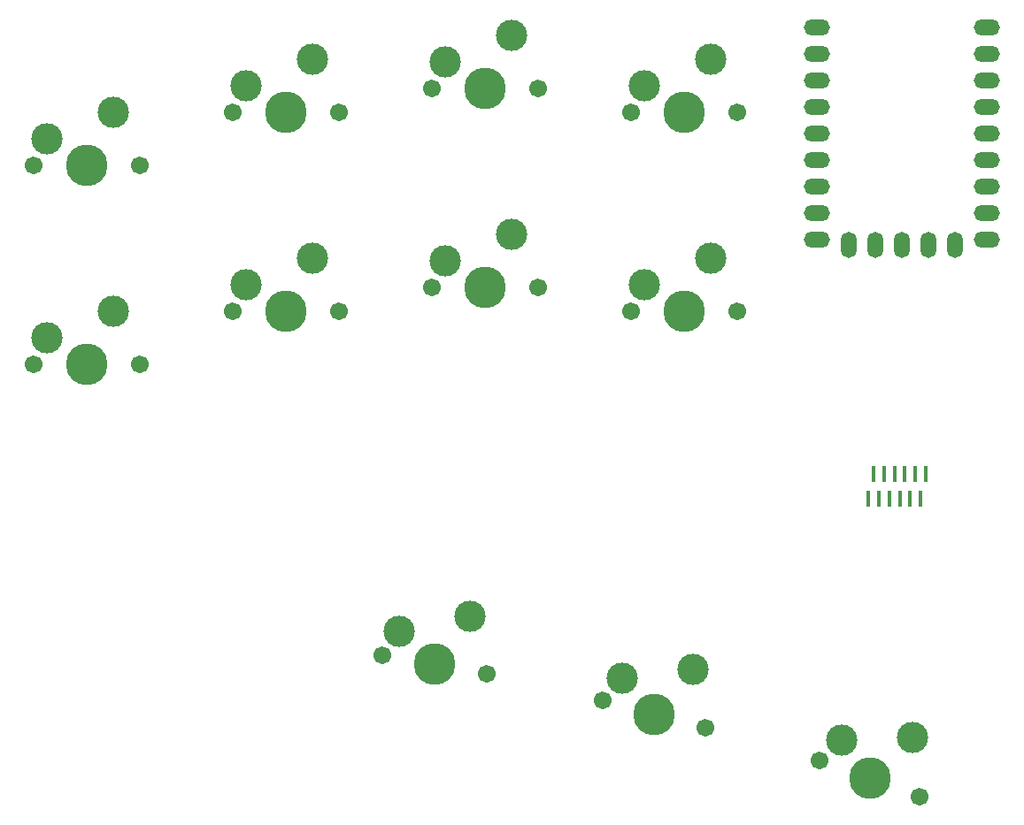
<source format=gbr>
%TF.GenerationSoftware,KiCad,Pcbnew,7.0.1*%
%TF.CreationDate,2024-01-26T17:48:26-05:00*%
%TF.ProjectId,OctoPlus Trio,4f63746f-506c-4757-9320-5472696f2e6b,rev?*%
%TF.SameCoordinates,Original*%
%TF.FileFunction,Soldermask,Top*%
%TF.FilePolarity,Negative*%
%FSLAX46Y46*%
G04 Gerber Fmt 4.6, Leading zero omitted, Abs format (unit mm)*
G04 Created by KiCad (PCBNEW 7.0.1) date 2024-01-26 17:48:26*
%MOMM*%
%LPD*%
G01*
G04 APERTURE LIST*
%ADD10C,1.701800*%
%ADD11C,3.000000*%
%ADD12C,3.987800*%
%ADD13R,0.400000X1.600000*%
%ADD14O,2.500000X1.500000*%
%ADD15O,1.500000X2.500000*%
G04 APERTURE END LIST*
D10*
%TO.C,SW2*%
X123698000Y-82296000D03*
D11*
X124968000Y-79756000D03*
D12*
X128778000Y-82296000D03*
D11*
X131318000Y-77216000D03*
D10*
X133858000Y-82296000D03*
%TD*%
%TO.C,SW7*%
X142748000Y-99060000D03*
D11*
X144018000Y-96520000D03*
D12*
X147828000Y-99060000D03*
D11*
X150368000Y-93980000D03*
D10*
X152908000Y-99060000D03*
%TD*%
%TO.C,SW11*%
X179884361Y-144312538D03*
D11*
X181946502Y-142360084D03*
D12*
X184658000Y-146050000D03*
D11*
X188782282Y-142145093D03*
D10*
X189431639Y-147787462D03*
%TD*%
%TO.C,SW4*%
X161798000Y-82296000D03*
D11*
X163068000Y-79756000D03*
D12*
X166878000Y-82296000D03*
D11*
X169418000Y-77216000D03*
D10*
X171958000Y-82296000D03*
%TD*%
D13*
%TO.C,Cirque1*%
X184530000Y-119280000D03*
X185030000Y-116880000D03*
X185530000Y-119280000D03*
X186030000Y-116880000D03*
X186530000Y-119280000D03*
X187030000Y-116880000D03*
X187530000Y-119280000D03*
X188030000Y-116880000D03*
X188530000Y-119280000D03*
X189030000Y-116880000D03*
X189530000Y-119280000D03*
X190030000Y-116880000D03*
%TD*%
D10*
%TO.C,SW9*%
X137999177Y-134245867D03*
D11*
X139690949Y-131964989D03*
D12*
X143002000Y-135128000D03*
D11*
X146385544Y-130566243D03*
D10*
X148004823Y-136010133D03*
%TD*%
%TO.C,SW10*%
X159096197Y-138594399D03*
D11*
X160980323Y-136469648D03*
D12*
X164003100Y-139909200D03*
D11*
X167771352Y-135659697D03*
D10*
X168910003Y-141224001D03*
%TD*%
%TO.C,SW5*%
X104648000Y-106426000D03*
D11*
X105918000Y-103886000D03*
D12*
X109728000Y-106426000D03*
D11*
X112268000Y-101346000D03*
D10*
X114808000Y-106426000D03*
%TD*%
%TO.C,SW8*%
X161798000Y-101346000D03*
D11*
X163068000Y-98806000D03*
D12*
X166878000Y-101346000D03*
D11*
X169418000Y-96266000D03*
D10*
X171958000Y-101346000D03*
%TD*%
%TO.C,SW6*%
X123698000Y-101346000D03*
D11*
X124968000Y-98806000D03*
D12*
X128778000Y-101346000D03*
D11*
X131318000Y-96266000D03*
D10*
X133858000Y-101346000D03*
%TD*%
%TO.C,SW1*%
X104648000Y-87376000D03*
D11*
X105918000Y-84836000D03*
D12*
X109728000Y-87376000D03*
D11*
X112268000Y-82296000D03*
D10*
X114808000Y-87376000D03*
%TD*%
%TO.C,SW3*%
X142748000Y-80010000D03*
D11*
X144018000Y-77470000D03*
D12*
X147828000Y-80010000D03*
D11*
X150368000Y-74930000D03*
D10*
X152908000Y-80010000D03*
%TD*%
D14*
%TO.C,U1*%
X179586000Y-74168000D03*
X179586000Y-76708000D03*
X179586000Y-79248000D03*
X179586000Y-81788000D03*
X179586000Y-84328000D03*
X179586000Y-86868000D03*
X179586000Y-89408000D03*
X179586000Y-91948000D03*
X179586000Y-94488000D03*
D15*
X182626000Y-94988000D03*
X185166000Y-94988000D03*
X187706000Y-94988000D03*
X190246000Y-94988000D03*
X192786000Y-94988000D03*
D14*
X195826000Y-94488000D03*
X195826000Y-91948000D03*
X195826000Y-89408000D03*
X195826000Y-86868000D03*
X195826000Y-84328000D03*
X195826000Y-81788000D03*
X195826000Y-79248000D03*
X195826000Y-76708000D03*
X195826000Y-74168000D03*
%TD*%
M02*

</source>
